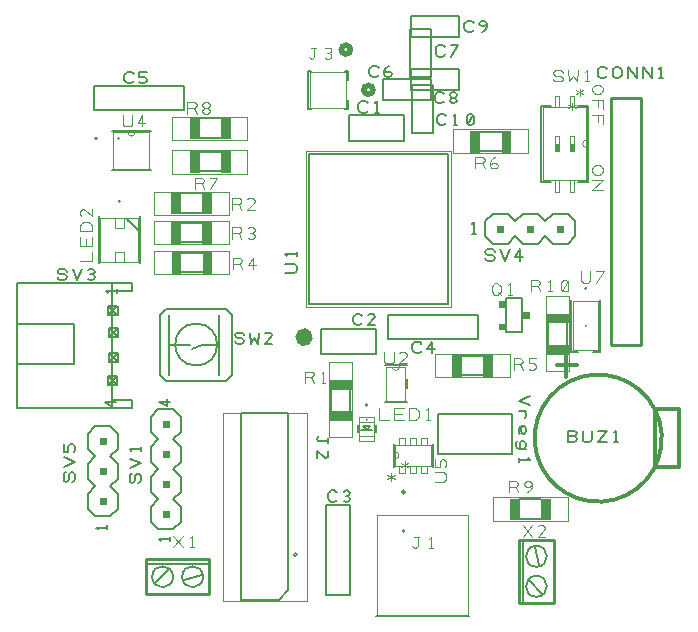
<source format=gbr>
G04 DesignSpark PCB Gerber Version 11.0 Build 5877*
%FSLAX33Y33*%
%MOIN*%
%ADD86C,0.00100*%
%ADD84C,0.00197*%
%ADD88C,0.00300*%
%ADD89C,0.00400*%
%ADD21C,0.00500*%
%ADD85C,0.00600*%
%ADD10C,0.00787*%
%ADD87C,0.00800*%
%ADD74C,0.01000*%
%ADD90C,0.01200*%
%ADD75C,0.02000*%
X0Y0D02*
D02*
D10*
X458Y1852D02*
X758D01*
Y1772D01*
X458D01*
Y1852D01*
X1129Y285D02*
G75*
G03*
Y294I0J5D01*
G01*
G75*
G03*
Y285I0J-5D01*
G01*
G75*
G03*
Y294I0J5D01*
G01*
G75*
G03*
Y285I0J-5D01*
G01*
X1137Y998D02*
G75*
G03*
X1180Y1031I21J16D01*
G01*
G75*
G03*
X1137Y998I-21J-16D01*
G01*
G36*
X1137Y998D02*
G75*
G03*
X1180Y1031I21J16D01*
G01*
G75*
G03*
X1137Y998I-21J-16D01*
G01*
G37*
X1175Y1124D02*
Y1624D01*
X1640D01*
Y1124D01*
X1175D01*
X1313Y455D02*
Y155D01*
X1233D01*
Y455D01*
X1313D01*
X1738Y1008D02*
X1438D01*
Y1088D01*
X1738D01*
Y1008D01*
D02*
D21*
X337Y1215D02*
X340Y1208D01*
X346Y1205D01*
X359D01*
X365Y1208D01*
X368Y1215D01*
X365Y1221D01*
X359Y1224D01*
X346D01*
X340Y1227D01*
X337Y1233D01*
X340Y1240D01*
X346Y1243D01*
X359D01*
X365Y1240D01*
X368Y1233D01*
X387Y1243D02*
X403Y1205D01*
X418Y1243D01*
X440Y1208D02*
X446Y1205D01*
X453D01*
X459Y1208D01*
X462Y1215D01*
X459Y1221D01*
X453Y1224D01*
X446D01*
X453D02*
X459Y1227D01*
X462Y1233D01*
X459Y1240D01*
X453Y1243D01*
X446D01*
X440Y1240D01*
X392Y924D02*
Y1057D01*
X203D01*
Y924D01*
X392D01*
X385Y532D02*
X391Y536D01*
X395Y542D01*
Y554D01*
X391Y561D01*
X385Y564D01*
X379Y561D01*
X376Y554D01*
Y542D01*
X373Y536D01*
X366Y532D01*
X360Y536D01*
X357Y542D01*
Y554D01*
X360Y561D01*
X366Y564D01*
X357Y582D02*
X395Y598D01*
X357Y614D01*
X391Y632D02*
X395Y639D01*
Y648D01*
X391Y654D01*
X385Y657D01*
X382D01*
X376Y654D01*
X373Y648D01*
Y632D01*
X357D01*
Y657D01*
X502Y374D02*
Y387D01*
Y380D02*
X465D01*
X471Y374D01*
X518Y778D02*
Y1195D01*
X203D01*
Y778D01*
X518D01*
X532Y797D02*
X494D01*
X519Y782D01*
Y807D01*
X536Y1162D02*
Y1175D01*
Y1168D02*
X498D01*
X505Y1162D01*
X591Y1867D02*
X588Y1864D01*
X581Y1861D01*
X572D01*
X566Y1864D01*
X563Y1867D01*
X559Y1873D01*
Y1886D01*
X563Y1892D01*
X566Y1895D01*
X572Y1898D01*
X581D01*
X588Y1895D01*
X591Y1892D01*
X609Y1864D02*
X616Y1861D01*
X625D01*
X631Y1864D01*
X634Y1870D01*
Y1873D01*
X631Y1880D01*
X625Y1883D01*
X609D01*
Y1898D01*
X634D01*
X585Y778D02*
Y805D01*
X518D01*
Y778D01*
X585D01*
Y1168D02*
Y1195D01*
X518D01*
Y1168D01*
X585D01*
X611Y1364D02*
X568Y1408D01*
X605Y529D02*
X611Y532D01*
X614Y538D01*
Y550D01*
X611Y557D01*
X605Y560D01*
X598Y557D01*
X595Y550D01*
Y538D01*
X592Y532D01*
X586Y529D01*
X580Y532D01*
X577Y538D01*
Y550D01*
X580Y557D01*
X586Y560D01*
X577Y579D02*
X614Y594D01*
X577Y610D01*
X614Y635D02*
Y647D01*
Y641D02*
X577D01*
X583Y635D01*
X713Y335D02*
Y348D01*
Y342D02*
X676D01*
X682Y335D01*
X713Y800D02*
X676D01*
X701Y784D01*
Y809D01*
X928Y1002D02*
X931Y996D01*
X937Y993D01*
X949D01*
X956Y996D01*
X959Y1002D01*
X956Y1008D01*
X949Y1011D01*
X937D01*
X931Y1015D01*
X928Y1021D01*
X931Y1027D01*
X937Y1030D01*
X949D01*
X956Y1027D01*
X959Y1021D01*
X978Y1030D02*
X981Y993D01*
X993Y1011D01*
X1006Y993D01*
X1009Y1030D01*
X1053Y993D02*
X1028D01*
X1049Y1015D01*
X1053Y1021D01*
X1049Y1027D01*
X1043Y1030D01*
X1034D01*
X1028Y1027D01*
X1106Y763D02*
Y171D01*
X1074Y140D01*
X948D01*
Y763D01*
X1106D01*
X1096Y1228D02*
X1124D01*
X1131Y1231D01*
X1134Y1238D01*
Y1250D01*
X1131Y1256D01*
X1124Y1260D01*
X1096D01*
X1134Y1285D02*
Y1297D01*
Y1291D02*
X1096D01*
X1103Y1285D01*
X1175Y1571D02*
Y1624D01*
X1211D01*
X1208Y686D02*
X1205Y683D01*
X1202Y676D01*
X1205Y670D01*
X1208Y667D01*
X1240D01*
Y661D01*
Y667D02*
Y679D01*
X1202Y611D02*
Y636D01*
X1224Y614D01*
X1230Y611D01*
X1237Y614D01*
X1240Y620D01*
Y629D01*
X1237Y636D01*
X1211Y1124D02*
X1175D01*
Y1177D01*
X1269Y472D02*
X1266Y469D01*
X1259Y466D01*
X1250D01*
X1244Y469D01*
X1241Y472D01*
X1238Y479D01*
Y491D01*
X1241Y497D01*
X1244Y500D01*
X1250Y504D01*
X1259D01*
X1266Y500D01*
X1269Y497D01*
X1291Y469D02*
X1297Y466D01*
X1303D01*
X1309Y469D01*
X1313Y475D01*
X1309Y482D01*
X1303Y485D01*
X1297D01*
X1303D02*
X1309Y488D01*
X1313Y494D01*
X1309Y500D01*
X1303Y504D01*
X1297D01*
X1291Y500D01*
X1353Y1061D02*
X1349Y1058D01*
X1343Y1055D01*
X1334D01*
X1328Y1058D01*
X1324Y1061D01*
X1321Y1067D01*
Y1080D01*
X1324Y1086D01*
X1328Y1089D01*
X1334Y1092D01*
X1343D01*
X1349Y1089D01*
X1353Y1086D01*
X1396Y1055D02*
X1371D01*
X1393Y1077D01*
X1396Y1083D01*
X1393Y1089D01*
X1387Y1092D01*
X1378D01*
X1371Y1089D01*
X1371Y1770D02*
X1368Y1766D01*
X1362Y1763D01*
X1352D01*
X1346Y1766D01*
X1343Y1770D01*
X1340Y1776D01*
Y1788D01*
X1343Y1795D01*
X1346Y1798D01*
X1352Y1801D01*
X1362D01*
X1368Y1798D01*
X1371Y1795D01*
X1396Y1763D02*
X1409D01*
X1402D02*
Y1801D01*
X1396Y1795D01*
X1408Y1888D02*
X1405Y1885D01*
X1398Y1881D01*
X1389D01*
X1383Y1885D01*
X1380Y1888D01*
X1376Y1894D01*
Y1906D01*
X1380Y1913D01*
X1383Y1916D01*
X1389Y1919D01*
X1398D01*
X1405Y1916D01*
X1408Y1913D01*
X1426Y1891D02*
X1430Y1897D01*
X1436Y1900D01*
X1442D01*
X1448Y1897D01*
X1451Y1891D01*
X1448Y1885D01*
X1442Y1881D01*
X1436D01*
X1430Y1885D01*
X1426Y1891D01*
Y1900D01*
X1430Y1910D01*
X1436Y1916D01*
X1442Y1919D01*
X1379Y717D02*
X1354D01*
X1367Y704D01*
X1379Y717D01*
X1385Y704D02*
X1348D01*
X1514Y1839D02*
X1674D01*
Y1909D01*
X1514D01*
Y1839D01*
Y2015D02*
X1674D01*
Y2085D01*
X1514D01*
Y2015D01*
X1550Y968D02*
X1547Y965D01*
X1541Y962D01*
X1532D01*
X1525Y965D01*
X1522Y968D01*
X1519Y975D01*
Y987D01*
X1522Y993D01*
X1525Y997D01*
X1532Y1000D01*
X1541D01*
X1547Y997D01*
X1550Y993D01*
X1585Y962D02*
Y1000D01*
X1569Y975D01*
X1594D01*
X1583Y1882D02*
Y2042D01*
X1513D01*
Y1882D01*
X1583D01*
X1583Y1874D02*
X1423D01*
Y1804D01*
X1583D01*
Y1874D01*
X1588Y1694D02*
Y1854D01*
X1518D01*
Y1694D01*
X1588D01*
X1625Y1800D02*
X1622Y1797D01*
X1616Y1794D01*
X1606D01*
X1600Y1797D01*
X1597Y1800D01*
X1594Y1806D01*
Y1819D01*
X1597Y1825D01*
X1600Y1828D01*
X1606Y1831D01*
X1616D01*
X1622Y1828D01*
X1625Y1825D01*
X1653Y1813D02*
X1660D01*
X1666Y1816D01*
X1669Y1822D01*
X1666Y1828D01*
X1660Y1831D01*
X1653D01*
X1647Y1828D01*
X1644Y1822D01*
X1647Y1816D01*
X1653Y1813D01*
X1647Y1809D01*
X1644Y1803D01*
X1647Y1797D01*
X1653Y1794D01*
X1660D01*
X1666Y1797D01*
X1669Y1803D01*
X1666Y1809D01*
X1660Y1813D01*
X1628Y1957D02*
X1625Y1953D01*
X1619Y1950D01*
X1609D01*
X1603Y1953D01*
X1600Y1957D01*
X1597Y1963D01*
Y1975D01*
X1600Y1982D01*
X1603Y1985D01*
X1609Y1988D01*
X1619D01*
X1625Y1985D01*
X1628Y1982D01*
X1647Y1950D02*
X1672Y1988D01*
X1647D01*
X1632Y1727D02*
X1629Y1724D01*
X1623Y1721D01*
X1613D01*
X1607Y1724D01*
X1604Y1727D01*
X1601Y1733D01*
Y1746D01*
X1604Y1752D01*
X1607Y1755D01*
X1613Y1758D01*
X1623D01*
X1629Y1755D01*
X1632Y1752D01*
X1657Y1721D02*
X1670D01*
X1663D02*
Y1758D01*
X1657Y1752D01*
X1704Y1724D02*
X1710Y1721D01*
X1716D01*
X1723Y1724D01*
X1726Y1730D01*
Y1749D01*
X1723Y1755D01*
X1716Y1758D01*
X1710D01*
X1704Y1755D01*
X1701Y1749D01*
Y1730D01*
X1704Y1724D01*
X1723Y1755D01*
X1605Y1124D02*
X1640D01*
Y1177D01*
Y1571D02*
Y1624D01*
X1605D01*
X1725Y2038D02*
X1721Y2035D01*
X1715Y2032D01*
X1706D01*
X1700Y2035D01*
X1696Y2038D01*
X1693Y2045D01*
Y2057D01*
X1696Y2063D01*
X1700Y2066D01*
X1706Y2070D01*
X1715D01*
X1721Y2066D01*
X1725Y2063D01*
X1753Y2032D02*
X1759Y2035D01*
X1765Y2041D01*
X1768Y2051D01*
Y2060D01*
X1765Y2066D01*
X1759Y2070D01*
X1753D01*
X1746Y2066D01*
X1743Y2060D01*
X1746Y2054D01*
X1753Y2051D01*
X1759D01*
X1765Y2054D01*
X1768Y2060D01*
X1719Y1360D02*
X1732D01*
X1726D02*
Y1398D01*
X1719Y1392D01*
X1763Y1280D02*
X1766Y1273D01*
X1773Y1270D01*
X1785D01*
X1791Y1273D01*
X1794Y1280D01*
X1791Y1286D01*
X1785Y1289D01*
X1773D01*
X1766Y1292D01*
X1763Y1298D01*
X1766Y1305D01*
X1773Y1308D01*
X1785D01*
X1791Y1305D01*
X1794Y1298D01*
X1813Y1308D02*
X1829Y1270D01*
X1844Y1308D01*
X1879Y1270D02*
Y1308D01*
X1863Y1283D01*
X1888D01*
X1852Y624D02*
Y760D01*
X1606D01*
Y624D01*
X1852D01*
X1911Y818D02*
X1874Y802D01*
X1911Y787D01*
X1874Y768D02*
X1899D01*
X1890D02*
X1896Y765D01*
X1899Y759D01*
Y752D01*
X1896Y746D01*
X1877Y693D02*
X1874Y696D01*
Y702D01*
Y709D01*
X1877Y715D01*
X1883Y718D01*
X1893D01*
X1896Y715D01*
X1899Y709D01*
Y702D01*
X1896Y696D01*
X1893Y693D01*
X1890D01*
X1886Y696D01*
X1883Y702D01*
Y709D01*
X1886Y715D01*
X1890Y718D01*
Y643D02*
X1896Y646D01*
X1899Y652D01*
Y659D01*
X1896Y665D01*
X1890Y668D01*
X1886D01*
X1880Y665D01*
X1877Y659D01*
Y652D01*
X1880Y646D01*
X1886Y643D01*
X1899D02*
X1874D01*
X1868Y646D01*
X1865Y652D01*
Y662D01*
X1868Y668D01*
X1874Y612D02*
Y599D01*
Y605D02*
X1911D01*
X1905Y612D01*
X2059Y685D02*
X2065Y681D01*
X2068Y675D01*
X2065Y669D01*
X2059Y666D01*
X2037D01*
Y703D01*
X2059D01*
X2065Y700D01*
X2068Y694D01*
X2065Y688D01*
X2059Y685D01*
X2037D01*
X2087Y703D02*
Y675D01*
X2090Y669D01*
X2096Y666D01*
X2109D01*
X2115Y669D01*
X2118Y675D01*
Y703D01*
X2137D02*
X2168D01*
X2137Y666D01*
X2168D01*
X2193D02*
X2206D01*
X2199D02*
Y703D01*
X2193Y697D01*
X2168Y1884D02*
X2165Y1881D01*
X2159Y1877D01*
X2150D01*
X2143Y1881D01*
X2140Y1884D01*
X2137Y1890D01*
Y1902D01*
X2140Y1909D01*
X2143Y1912D01*
X2150Y1915D01*
X2159D01*
X2165Y1912D01*
X2168Y1909D01*
X2187Y1890D02*
Y1902D01*
X2190Y1909D01*
X2193Y1912D01*
X2200Y1915D01*
X2206D01*
X2212Y1912D01*
X2215Y1909D01*
X2218Y1902D01*
Y1890D01*
X2215Y1884D01*
X2212Y1881D01*
X2206Y1877D01*
X2200D01*
X2193Y1881D01*
X2190Y1884D01*
X2187Y1890D01*
X2237Y1877D02*
Y1915D01*
X2268Y1877D01*
Y1915D01*
X2287Y1877D02*
Y1915D01*
X2318Y1877D01*
Y1915D01*
X2343Y1877D02*
X2356D01*
X2350D02*
Y1915D01*
X2343Y1909D01*
D02*
D74*
X632Y274D02*
Y159D01*
X842D01*
Y274D01*
X632D01*
X1494Y499D02*
G75*
G03*
X1486I-4J0D01*
G01*
G75*
G03*
X1494I4J0D01*
G01*
X1876Y129D02*
X1991D01*
Y339D01*
X1876D01*
Y129D01*
X2183Y1812D02*
Y987D01*
X2283D01*
Y1812D01*
X2183D01*
D02*
D75*
X1298Y1958D02*
G75*
G03*
Y1988I0J15D01*
G01*
G75*
G03*
Y1958I0J-15D01*
G01*
X1373Y1824D02*
G75*
G03*
Y1854I0J15D01*
G01*
G75*
G03*
Y1824I0J-15D01*
G01*
D02*
D84*
X1166Y1114D02*
X1650D01*
Y1634D01*
X1166D01*
Y1114D01*
X1167Y761D02*
Y135D01*
X887D01*
Y761D01*
X1167D01*
D02*
D85*
X469Y1676D02*
G75*
G03*
X461I-4J0D01*
G01*
G75*
G03*
X469I4J0D01*
G01*
X475Y1417D02*
Y1261D01*
X506Y854D02*
X536Y884D01*
X506D02*
X536Y854D01*
Y884D01*
X506D01*
Y854D01*
X536D01*
X506Y1089D02*
X536Y1119D01*
X506D01*
Y1089D01*
X536D01*
X506Y1119D01*
X507Y963D02*
X537Y933D01*
X507Y1014D02*
X537Y1044D01*
X507D01*
Y1014D01*
X537D01*
X507Y1044D01*
X512Y618D02*
X537Y643D01*
Y693D01*
X512Y718D01*
X462D01*
X437Y693D01*
Y643D01*
X462Y618D01*
X437Y593D01*
Y543D01*
X462Y518D01*
X437Y493D01*
Y443D01*
X462Y418D01*
X512D01*
X537Y443D01*
Y493D01*
X512Y518D01*
X537Y543D01*
Y593D01*
X512Y618D01*
X517Y1571D02*
X648D01*
X537Y963D02*
X507Y933D01*
X537D01*
Y963D01*
X507D01*
Y933D01*
X537Y1014D02*
Y1044D01*
Y1089D02*
Y1119D01*
X543Y1464D02*
G75*
G03*
Y1470I0J3D01*
G01*
G75*
G03*
Y1464I0J-3D01*
G01*
X611Y1261D02*
Y1417D01*
X636Y260D02*
X837D01*
X648Y1702D02*
X517D01*
X662Y196D02*
X707Y241D01*
X722Y216D02*
G75*
G03*
X652I-35J0D01*
G01*
G75*
G03*
X722I35J0D01*
G01*
X723Y674D02*
X748Y699D01*
Y749D01*
X723Y774D01*
X673D01*
X648Y749D01*
Y699D01*
X673Y674D01*
X648Y649D01*
Y599D01*
X673Y574D01*
X648Y549D01*
Y499D01*
X673Y474D01*
X648Y449D01*
Y399D01*
X673Y374D01*
X723D01*
X748Y399D01*
Y449D01*
X723Y474D01*
X748Y499D01*
Y549D01*
X723Y574D01*
X748Y599D01*
Y649D01*
X723Y674D01*
X745Y1331D02*
X821D01*
X745Y1395D02*
X821D01*
X745Y1430D02*
X821D01*
X745Y1494D02*
X821D01*
X757Y206D02*
X817Y221D01*
X821Y1232D02*
X746D01*
X821Y1296D02*
X746D01*
X822Y216D02*
G75*
G03*
X752I-35J0D01*
G01*
G75*
G03*
X822I35J0D01*
G01*
X883Y1567D02*
X807D01*
X883Y1631D02*
X807D01*
X883Y1680D02*
X807D01*
X883Y1744D02*
X807D01*
X1181Y1903D02*
X1172D01*
Y1775D01*
X1181D01*
X1247Y843D02*
Y768D01*
X1294Y1775D02*
X1304D01*
Y1806D01*
Y1872D02*
Y1903D01*
X1294D01*
X1311Y843D02*
Y768D01*
X1338Y722D02*
Y698D01*
X1367Y785D02*
G75*
G03*
Y791I0J3D01*
G01*
G75*
G03*
Y785I0J-3D01*
G01*
X1397Y698D02*
Y722D01*
X1397Y85D02*
X1710D01*
X1427Y797D02*
X1501D01*
X1458Y660D02*
Y581D01*
X1501Y844D02*
Y874D01*
Y921D02*
X1427D01*
X1588Y581D02*
Y660D01*
X1756Y888D02*
X1681D01*
X1756Y952D02*
X1681D01*
X1817Y1636D02*
X1742D01*
X1817Y1700D02*
X1742D01*
X1884Y1144D02*
Y1032D01*
X1832D01*
Y1144D01*
X1884D01*
X1890Y133D02*
Y335D01*
X1933Y219D02*
G75*
G03*
Y149I0J-35D01*
G01*
G75*
G03*
Y219I0J35D01*
G01*
Y319D02*
G75*
G03*
Y249I0J-35D01*
G01*
G75*
G03*
Y319I0J35D01*
G01*
X1943Y254D02*
X1928Y314D01*
X1950Y410D02*
X1875D01*
X1950Y474D02*
X1875D01*
X1953Y159D02*
X1908Y204D01*
X1963Y1351D02*
X1988Y1326D01*
X2038D01*
X2063Y1351D01*
Y1401D01*
X2038Y1426D01*
X1988D01*
X1963Y1401D01*
X1938Y1426D01*
X1888D01*
X1863Y1401D01*
X1838Y1426D01*
X1788D01*
X1763Y1401D01*
Y1351D01*
X1788Y1326D01*
X1838D01*
X1863Y1351D01*
X1888Y1326D01*
X1938D01*
X1963Y1351D01*
X1971Y1064D02*
Y988D01*
X1981Y1532D02*
X1950D01*
Y1786D01*
X1981D01*
X2035Y1064D02*
Y988D01*
X2050Y1139D02*
Y966D01*
X2073D01*
X2073Y1786D02*
X2104D01*
Y1532D01*
X2073D01*
X2098Y1175D02*
G75*
G03*
Y1181I0J3D01*
G01*
G75*
G03*
Y1175I0J-3D01*
G01*
X2123Y966D02*
X2145D01*
Y1139D01*
D02*
D86*
X480Y1412D02*
Y1266D01*
X606D01*
Y1412D01*
X480D01*
X497Y458D02*
Y478D01*
X477D01*
Y458D01*
X497D01*
G36*
X497Y458D02*
Y478D01*
X477D01*
Y458D01*
X497D01*
G37*
Y558D02*
Y578D01*
X477D01*
Y558D01*
X497D01*
G36*
X497Y558D02*
Y578D01*
X477D01*
Y558D01*
X497D01*
G37*
Y658D02*
Y678D01*
X477D01*
Y658D01*
X497D01*
G36*
X497Y658D02*
Y678D01*
X477D01*
Y658D01*
X497D01*
G37*
X522Y1576D02*
X643D01*
Y1697D01*
X522D01*
Y1576D01*
X527Y1380D02*
X559D01*
Y1412D01*
X527D01*
Y1380D01*
X543Y1676D02*
G75*
G03*
X537I-3J0D01*
G01*
G75*
G03*
X543I3J0D01*
G01*
X559Y1298D02*
X527D01*
Y1266D01*
X559D01*
Y1298D01*
X571Y1697D02*
G75*
G03*
X595I12J0D01*
G01*
X571Y1399D02*
G75*
G03*
Y1405I0J3D01*
G01*
G75*
G03*
Y1399I0J-3D01*
G01*
X659Y1302D02*
X909D01*
Y1225D01*
X659D01*
Y1302D01*
X708Y414D02*
Y434D01*
X688D01*
Y414D01*
X708D01*
G36*
X708Y414D02*
Y434D01*
X688D01*
Y414D01*
X708D01*
G37*
Y514D02*
Y534D01*
X688D01*
Y514D01*
X708D01*
G36*
X708Y514D02*
Y534D01*
X688D01*
Y514D01*
X708D01*
G37*
Y614D02*
Y634D01*
X688D01*
Y614D01*
X708D01*
G36*
X708Y614D02*
Y634D01*
X688D01*
Y614D01*
X708D01*
G37*
Y714D02*
Y734D01*
X688D01*
Y714D01*
X708D01*
G36*
X708Y714D02*
Y734D01*
X688D01*
Y714D01*
X708D01*
G37*
X717Y1229D02*
X746D01*
Y1298D01*
X717D01*
Y1229D01*
G36*
X717Y1229D02*
X746D01*
Y1298D01*
X717D01*
Y1229D01*
G37*
X720Y1638D02*
X970D01*
Y1560D01*
X720D01*
Y1638D01*
Y1750D02*
X970D01*
Y1673D01*
X720D01*
Y1750D01*
X745Y1398D02*
X716D01*
Y1329D01*
X745D01*
Y1398D01*
G36*
X745Y1398D02*
X716D01*
Y1329D01*
X745D01*
Y1398D01*
G37*
X745Y1496D02*
X716D01*
Y1427D01*
X745D01*
Y1496D01*
G36*
X745Y1496D02*
X716D01*
Y1427D01*
X745D01*
Y1496D01*
G37*
X779Y1565D02*
X808D01*
Y1634D01*
X779D01*
Y1565D01*
G36*
X779Y1565D02*
X808D01*
Y1634D01*
X779D01*
Y1565D01*
G37*
Y1677D02*
X808D01*
Y1746D01*
X779D01*
Y1677D01*
G36*
X779Y1677D02*
X808D01*
Y1746D01*
X779D01*
Y1677D01*
G37*
X821Y1229D02*
X850D01*
Y1298D01*
X821D01*
Y1229D01*
G36*
X821Y1229D02*
X850D01*
Y1298D01*
X821D01*
Y1229D01*
G37*
X849Y1398D02*
X820D01*
Y1329D01*
X849D01*
Y1398D01*
G36*
X849Y1398D02*
X820D01*
Y1329D01*
X849D01*
Y1398D01*
G37*
X849Y1496D02*
X820D01*
Y1427D01*
X849D01*
Y1496D01*
G36*
X849Y1496D02*
X820D01*
Y1427D01*
X849D01*
Y1496D01*
G37*
X883Y1565D02*
X912D01*
Y1634D01*
X883D01*
Y1565D01*
G36*
X883Y1565D02*
X912D01*
Y1634D01*
X883D01*
Y1565D01*
G37*
Y1677D02*
X912D01*
Y1746D01*
X883D01*
Y1677D01*
G36*
X883Y1677D02*
X912D01*
Y1746D01*
X883D01*
Y1677D01*
G37*
X908Y1325D02*
X658D01*
Y1402D01*
X908D01*
Y1325D01*
X908Y1423D02*
X658D01*
Y1500D01*
X908D01*
Y1423D01*
X1177Y1898D02*
Y1780D01*
X1299D01*
Y1898D01*
X1177D01*
X1241Y681D02*
Y931D01*
X1318D01*
Y681D01*
X1241D01*
X1314Y739D02*
Y768D01*
X1245D01*
Y739D01*
X1314D01*
G36*
X1314Y739D02*
Y768D01*
X1245D01*
Y739D01*
X1314D01*
G37*
Y843D02*
Y872D01*
X1245D01*
Y843D01*
X1314D01*
G36*
X1314Y843D02*
Y872D01*
X1245D01*
Y843D01*
X1314D01*
G37*
X1343Y733D02*
X1392D01*
Y749D01*
X1343D01*
Y733D01*
Y749D02*
Y670D01*
X1392D01*
Y749D01*
X1343D01*
X1367Y736D02*
G75*
G03*
Y742I0J3D01*
G01*
G75*
G03*
Y736I0J-3D01*
G01*
X1392Y686D02*
X1343D01*
Y670D01*
X1392D01*
Y686D01*
X1402Y90D02*
X1705D01*
Y423D01*
X1402D01*
Y90D01*
X1432Y802D02*
X1496D01*
Y916D01*
X1432D01*
Y802D01*
X1442Y896D02*
X1452Y916D02*
G75*
G03*
X1476I12J0D01*
G01*
X1463Y609D02*
G75*
G03*
Y633I0J12D01*
G01*
X1475Y655D02*
X1495D01*
Y680D01*
X1475D01*
Y655D01*
X1495Y586D02*
X1475D01*
Y562D01*
X1495D01*
Y586D01*
X1513Y655D02*
X1533D01*
Y680D01*
X1513D01*
Y655D01*
X1533Y586D02*
X1513D01*
Y562D01*
X1533D01*
Y586D01*
X1550Y655D02*
X1570D01*
Y680D01*
X1550D01*
Y655D01*
X1570Y586D02*
X1550D01*
Y562D01*
X1570D01*
Y586D01*
X1583D02*
Y655D01*
X1463D01*
Y586D01*
X1583D01*
X1594Y959D02*
X1844D01*
Y882D01*
X1594D01*
Y959D01*
X1652Y886D02*
X1681D01*
Y955D01*
X1652D01*
Y886D01*
G36*
X1652Y886D02*
X1681D01*
Y955D01*
X1652D01*
Y886D01*
G37*
X1655Y1707D02*
X1905D01*
Y1629D01*
X1655D01*
Y1707D01*
X1713Y1633D02*
X1742D01*
Y1702D01*
X1713D01*
Y1633D01*
G36*
X1713Y1633D02*
X1742D01*
Y1702D01*
X1713D01*
Y1633D01*
G37*
X1756Y886D02*
X1785D01*
Y955D01*
X1756D01*
Y886D01*
G36*
X1756Y886D02*
X1785D01*
Y955D01*
X1756D01*
Y886D01*
G37*
X1788Y481D02*
X2038D01*
Y403D01*
X1788D01*
Y481D01*
X1803Y1366D02*
X1823D01*
Y1386D01*
X1803D01*
Y1366D01*
G36*
X1803Y1366D02*
X1823D01*
Y1386D01*
X1803D01*
Y1366D01*
G37*
X1807Y1060D02*
Y1042D01*
X1830D01*
Y1060D01*
X1807D01*
G36*
X1807Y1060D02*
Y1042D01*
X1830D01*
Y1060D01*
X1807D01*
G37*
Y1134D02*
Y1116D01*
X1830D01*
Y1134D01*
X1807D01*
G36*
X1807Y1134D02*
Y1116D01*
X1830D01*
Y1134D01*
X1807D01*
G37*
X1817Y1633D02*
X1846D01*
Y1702D01*
X1817D01*
Y1633D01*
G36*
X1817Y1633D02*
X1846D01*
Y1702D01*
X1817D01*
Y1633D01*
G37*
X1846Y407D02*
X1875D01*
Y476D01*
X1846D01*
Y407D01*
G36*
X1846Y407D02*
X1875D01*
Y476D01*
X1846D01*
Y407D01*
G37*
X1886Y1097D02*
Y1079D01*
X1909D01*
Y1097D01*
X1886D01*
G36*
X1886Y1097D02*
Y1079D01*
X1909D01*
Y1097D01*
X1886D01*
G37*
X1903Y1366D02*
X1923D01*
Y1386D01*
X1903D01*
Y1366D01*
G36*
X1903Y1366D02*
X1923D01*
Y1386D01*
X1903D01*
Y1366D01*
G37*
X1950Y407D02*
X1979D01*
Y476D01*
X1950D01*
Y407D01*
G36*
X1950Y407D02*
X1979D01*
Y476D01*
X1950D01*
Y407D01*
G37*
X1955Y1781D02*
Y1537D01*
X2099D01*
Y1781D01*
X1955D01*
X1964Y901D02*
Y1151D01*
X2042D01*
Y901D01*
X1964D01*
X1995Y1781D02*
X2009D01*
Y1819D01*
X1995D01*
Y1781D01*
X2003Y1366D02*
X2023D01*
Y1386D01*
X2003D01*
Y1366D01*
G36*
X2003Y1366D02*
X2023D01*
Y1386D01*
X2003D01*
Y1366D01*
G37*
X2009Y1537D02*
X1995D01*
Y1499D01*
X2009D01*
Y1537D01*
X2010Y1659D02*
Y1634D01*
X1994D01*
Y1659D01*
X2010D01*
G36*
X2010Y1659D02*
Y1634D01*
X1994D01*
Y1659D01*
X2010D01*
G37*
Y1684D02*
Y1634D01*
X1994D01*
Y1684D01*
X2010D01*
X2038Y960D02*
Y989D01*
X1969D01*
Y960D01*
X2038D01*
G36*
X2038Y960D02*
Y989D01*
X1969D01*
Y960D01*
X2038D01*
G37*
Y1064D02*
Y1093D01*
X1969D01*
Y1064D01*
X2038D01*
G36*
X2038Y1064D02*
Y1093D01*
X1969D01*
Y1064D01*
X2038D01*
G37*
X2045Y1781D02*
X2059D01*
Y1819D01*
X2045D01*
Y1781D01*
X2055Y1134D02*
Y971D01*
X2140D01*
Y1134D01*
X2055D01*
X2059Y1537D02*
X2045D01*
Y1499D01*
X2059D01*
Y1537D01*
X2060Y1659D02*
Y1634D01*
X2044D01*
Y1659D01*
X2060D01*
G36*
X2060Y1659D02*
Y1634D01*
X2044D01*
Y1659D01*
X2060D01*
G37*
Y1684D02*
Y1634D01*
X2044D01*
Y1684D01*
X2060D01*
X2098Y1050D02*
G75*
G03*
Y1056I0J3D01*
G01*
G75*
G03*
Y1050I0J-3D01*
G01*
X2099Y1671D02*
G75*
G03*
Y1647I0J-12D01*
G01*
D02*
D87*
X679Y1075D02*
Y905D01*
X709Y1090D02*
Y890D01*
X750Y990D02*
X712D01*
X759Y870D02*
X699D01*
X679Y890D01*
Y905D01*
X759Y1110D02*
X699D01*
X679Y1090D01*
Y1075D01*
X779Y990D02*
X749D01*
X799Y920D02*
G75*
G03*
Y1060I0J70D01*
G01*
G75*
G03*
Y920I0J-70D01*
G01*
X838Y870D02*
X759D01*
X839D02*
X899D01*
X919Y890D01*
Y905D01*
X839Y1110D02*
X899D01*
X919Y1090D01*
Y1075D01*
X839Y1110D02*
X759D01*
X849Y990D02*
X874D01*
X849D02*
X819D01*
X784Y975D01*
X874Y1090D02*
Y890D01*
X919Y905D02*
Y1075D01*
X1308Y1669D02*
Y1754D01*
X1491D01*
Y1669D01*
X1308D01*
X1399Y1043D02*
Y958D01*
X1216D01*
Y1043D01*
X1399D01*
D02*
D88*
X413Y1268D02*
X451D01*
Y1299D01*
Y1318D02*
X413D01*
Y1349D01*
X432Y1343D02*
Y1318D01*
X451D02*
Y1349D01*
Y1368D02*
X413D01*
Y1386D01*
X416Y1393D01*
X419Y1396D01*
X426Y1399D01*
X438D01*
X444Y1396D01*
X448Y1393D01*
X451Y1386D01*
Y1368D01*
Y1443D02*
Y1418D01*
X429Y1440D01*
X423Y1443D01*
X416Y1440D01*
X413Y1433D01*
Y1424D01*
X416Y1418D01*
X554Y1755D02*
Y1726D01*
X557Y1720D01*
X563Y1717D01*
X575D01*
X582Y1720D01*
X585Y1726D01*
Y1755D01*
X619Y1717D02*
Y1755D01*
X604Y1730D01*
X629D01*
X1175Y1949D02*
X1178Y1946D01*
X1184Y1942D01*
X1190Y1946D01*
X1193Y1949D01*
Y1980D01*
X1200D01*
X1193D02*
X1181D01*
X1228Y1946D02*
X1234Y1942D01*
X1240D01*
X1247Y1946D01*
X1250Y1952D01*
X1247Y1958D01*
X1240Y1961D01*
X1234D01*
X1240D02*
X1247Y1964D01*
X1250Y1971D01*
X1247Y1977D01*
X1240Y1980D01*
X1234D01*
X1228Y1977D01*
X1410Y777D02*
Y740D01*
X1441D01*
X1460D02*
Y777D01*
X1491D01*
X1485Y758D02*
X1460D01*
Y740D02*
X1491D01*
X1510D02*
Y777D01*
X1529D01*
X1535Y774D01*
X1538Y771D01*
X1541Y765D01*
Y752D01*
X1538Y746D01*
X1535Y743D01*
X1529Y740D01*
X1510D01*
X1566D02*
X1579D01*
X1572D02*
Y777D01*
X1566Y771D01*
X1426Y964D02*
Y936D01*
X1429Y930D01*
X1435Y927D01*
X1447D01*
X1454Y930D01*
X1457Y936D01*
Y964D01*
X1501Y927D02*
X1476D01*
X1497Y949D01*
X1501Y955D01*
X1497Y961D01*
X1491Y964D01*
X1482D01*
X1476Y961D01*
X1448Y536D02*
Y561D01*
X1461Y542D02*
X1436Y555D01*
Y542D02*
X1461Y555D01*
X1496Y368D02*
G75*
G03*
X1486I-5J0D01*
G01*
G75*
G03*
X1496I5J0D01*
G01*
X1494Y576D02*
Y601D01*
X1506Y583D02*
X1481Y595D01*
Y583D02*
X1506Y595D01*
X1518Y318D02*
X1521Y315D01*
X1528Y312D01*
X1534Y315D01*
X1537Y318D01*
Y349D01*
X1543D01*
X1537D02*
X1524D01*
X1574Y312D02*
X1587D01*
X1581D02*
Y349D01*
X1574Y343D01*
X1595Y532D02*
X1623D01*
X1630Y536D01*
X1633Y542D01*
Y554D01*
X1630Y561D01*
X1623Y564D01*
X1595D01*
X1630Y582D02*
X1633Y589D01*
Y598D01*
X1630Y604D01*
X1623Y607D01*
X1620D01*
X1614Y604D01*
X1611Y598D01*
Y582D01*
X1595D01*
Y607D01*
X1990Y1876D02*
X1993Y1870D01*
X1999Y1867D01*
X2011D01*
X2018Y1870D01*
X2021Y1876D01*
X2018Y1882D01*
X2011Y1885D01*
X1999D01*
X1993Y1889D01*
X1990Y1895D01*
X1993Y1901D01*
X1999Y1904D01*
X2011D01*
X2018Y1901D01*
X2021Y1895D01*
X2040Y1904D02*
X2043Y1867D01*
X2055Y1885D01*
X2068Y1867D01*
X2071Y1904D01*
X2096Y1867D02*
X2108D01*
X2102D02*
Y1904D01*
X2096Y1898D01*
X2052Y1796D02*
Y1771D01*
X2039Y1790D02*
X2064Y1777D01*
Y1790D02*
X2039Y1777D01*
X2077Y1843D02*
Y1818D01*
X2064Y1837D02*
X2089Y1824D01*
Y1837D02*
X2064Y1824D01*
X2082Y1234D02*
Y1206D01*
X2085Y1200D01*
X2091Y1196D01*
X2104D01*
X2110Y1200D01*
X2113Y1206D01*
Y1234D01*
X2132Y1196D02*
X2157Y1234D01*
X2132D01*
X2131Y1587D02*
X2143D01*
X2150Y1584D01*
X2153Y1581D01*
X2156Y1575D01*
Y1568D01*
X2153Y1562D01*
X2150Y1559D01*
X2143Y1556D01*
X2131D01*
X2125Y1559D01*
X2121Y1562D01*
X2118Y1568D01*
Y1575D01*
X2121Y1581D01*
X2125Y1584D01*
X2131Y1587D01*
X2118Y1537D02*
X2156D01*
X2118Y1506D01*
X2156D01*
X2131Y1587D02*
X2143D01*
X2150Y1584D01*
X2153Y1581D01*
X2156Y1575D01*
Y1568D01*
X2153Y1562D01*
X2150Y1559D01*
X2143Y1556D01*
X2131D01*
X2125Y1559D01*
X2121Y1562D01*
X2118Y1568D01*
Y1575D01*
X2121Y1581D01*
X2125Y1584D01*
X2131Y1587D01*
X2118Y1537D02*
X2156D01*
X2118Y1506D01*
X2156D01*
X2131Y1856D02*
X2143D01*
X2150Y1853D01*
X2153Y1850D01*
X2156Y1844D01*
Y1837D01*
X2153Y1831D01*
X2150Y1828D01*
X2143Y1825D01*
X2131D01*
X2125Y1828D01*
X2121Y1831D01*
X2118Y1837D01*
Y1844D01*
X2121Y1850D01*
X2125Y1853D01*
X2131Y1856D01*
X2118Y1806D02*
X2156D01*
Y1775D01*
X2137Y1781D02*
Y1806D01*
X2118Y1756D02*
X2156D01*
Y1725D01*
X2137Y1731D02*
Y1756D01*
X2131Y1856D02*
X2143D01*
X2150Y1853D01*
X2153Y1850D01*
X2156Y1844D01*
Y1837D01*
X2153Y1831D01*
X2150Y1828D01*
X2143Y1825D01*
X2131D01*
X2125Y1828D01*
X2121Y1831D01*
X2118Y1837D01*
Y1844D01*
X2121Y1850D01*
X2125Y1853D01*
X2131Y1856D01*
X2118Y1806D02*
X2156D01*
Y1775D01*
X2137Y1781D02*
Y1806D01*
X2118Y1756D02*
X2156D01*
Y1725D01*
X2137Y1731D02*
Y1756D01*
D02*
D89*
X723Y314D02*
X754Y352D01*
X723D02*
X754Y314D01*
X779D02*
X792D01*
X785D02*
Y352D01*
X779Y346D01*
X770Y1760D02*
Y1798D01*
X792D01*
X798Y1795D01*
X801Y1788D01*
X798Y1782D01*
X792Y1779D01*
X770D01*
X792D02*
X801Y1760D01*
X829Y1779D02*
X836D01*
X842Y1782D01*
X845Y1788D01*
X842Y1795D01*
X836Y1798D01*
X829D01*
X823Y1795D01*
X820Y1788D01*
X823Y1782D01*
X829Y1779D01*
X823Y1776D01*
X820Y1770D01*
X823Y1763D01*
X829Y1760D01*
X836D01*
X842Y1763D01*
X845Y1770D01*
X842Y1776D01*
X836Y1779D01*
X795Y1508D02*
Y1546D01*
X817D01*
X823Y1543D01*
X826Y1537D01*
X823Y1530D01*
X817Y1527D01*
X795D01*
X817D02*
X826Y1508D01*
X845D02*
X870Y1546D01*
X845D01*
X919Y1343D02*
Y1381D01*
X941D01*
X947Y1377D01*
X950Y1371D01*
X947Y1365D01*
X941Y1362D01*
X919D01*
X941D02*
X950Y1343D01*
X972Y1346D02*
X978Y1343D01*
X984D01*
X991Y1346D01*
X994Y1352D01*
X991Y1359D01*
X984Y1362D01*
X978D01*
X984D02*
X991Y1365D01*
X994Y1371D01*
X991Y1377D01*
X984Y1381D01*
X978D01*
X972Y1377D01*
X919Y1440D02*
Y1478D01*
X941D01*
X947Y1475D01*
X950Y1469D01*
X947Y1462D01*
X941Y1459D01*
X919D01*
X941D02*
X950Y1440D01*
X994D02*
X969D01*
X991Y1462D01*
X994Y1469D01*
X991Y1475D01*
X984Y1478D01*
X975D01*
X969Y1475D01*
X922Y1242D02*
Y1279D01*
X944D01*
X950Y1276D01*
X953Y1270D01*
X950Y1264D01*
X944Y1260D01*
X922D01*
X944D02*
X953Y1242D01*
X987D02*
Y1279D01*
X972Y1254D01*
X997D01*
X1161Y863D02*
Y900D01*
X1183D01*
X1189Y897D01*
X1192Y891D01*
X1189Y885D01*
X1183Y881D01*
X1161D01*
X1183D02*
X1192Y863D01*
X1217D02*
X1230D01*
X1223D02*
Y900D01*
X1217Y894D01*
X1730Y1577D02*
Y1615D01*
X1752D01*
X1758Y1612D01*
X1761Y1605D01*
X1758Y1599D01*
X1752Y1596D01*
X1730D01*
X1752D02*
X1761Y1577D01*
X1780Y1587D02*
X1783Y1593D01*
X1789Y1596D01*
X1795D01*
X1802Y1593D01*
X1805Y1587D01*
X1802Y1580D01*
X1795Y1577D01*
X1789D01*
X1783Y1580D01*
X1780Y1587D01*
Y1596D01*
X1783Y1605D01*
X1789Y1612D01*
X1795Y1615D01*
X1784Y1169D02*
Y1181D01*
X1787Y1187D01*
X1790Y1190D01*
X1796Y1194D01*
X1803D01*
X1809Y1190D01*
X1812Y1187D01*
X1815Y1181D01*
Y1169D01*
X1812Y1162D01*
X1809Y1159D01*
X1803Y1156D01*
X1796D01*
X1790Y1159D01*
X1787Y1162D01*
X1784Y1169D01*
X1806Y1165D02*
X1815Y1156D01*
X1840D02*
X1853D01*
X1846D02*
Y1194D01*
X1840Y1187D01*
X1842Y498D02*
Y535D01*
X1864D01*
X1870Y532D01*
X1873Y526D01*
X1870Y519D01*
X1864Y516D01*
X1842D01*
X1864D02*
X1873Y498D01*
X1901D02*
X1908Y501D01*
X1914Y507D01*
X1917Y516D01*
Y526D01*
X1914Y532D01*
X1908Y535D01*
X1901D01*
X1895Y532D01*
X1892Y526D01*
X1895Y519D01*
X1901Y516D01*
X1908D01*
X1914Y519D01*
X1917Y526D01*
X1858Y906D02*
Y944D01*
X1880D01*
X1886Y940D01*
X1889Y934D01*
X1886Y928D01*
X1880Y925D01*
X1858D01*
X1880D02*
X1889Y906D01*
X1908Y909D02*
X1914Y906D01*
X1923D01*
X1930Y909D01*
X1933Y915D01*
Y919D01*
X1930Y925D01*
X1923Y928D01*
X1908D01*
Y944D01*
X1933D01*
X1887Y350D02*
X1918Y387D01*
X1887D02*
X1918Y350D01*
X1962D02*
X1937D01*
X1959Y372D01*
X1962Y378D01*
X1959Y384D01*
X1953Y387D01*
X1943D01*
X1937Y384D01*
X1915Y1167D02*
Y1204D01*
X1937D01*
X1943Y1201D01*
X1946Y1195D01*
X1943Y1189D01*
X1937Y1186D01*
X1915D01*
X1937D02*
X1946Y1167D01*
X1971D02*
X1984D01*
X1977D02*
Y1204D01*
X1971Y1198D01*
X2018Y1170D02*
X2024Y1167D01*
X2030D01*
X2037Y1170D01*
X2040Y1176D01*
Y1195D01*
X2037Y1201D01*
X2030Y1204D01*
X2024D01*
X2018Y1201D01*
X2015Y1195D01*
Y1176D01*
X2018Y1170D01*
X2037Y1201D01*
D02*
D90*
X2000Y518D02*
G75*
G03*
X2278Y838I139J160D01*
G01*
G75*
G03*
X2000Y518I-139J-160D01*
G01*
X2003Y921D02*
X2070D01*
Y923D01*
X2033Y881D02*
Y961D01*
X2035D01*
X2410Y581D02*
Y776D01*
X2328D01*
Y581D01*
X2410D01*
X0Y0D02*
M02*

</source>
